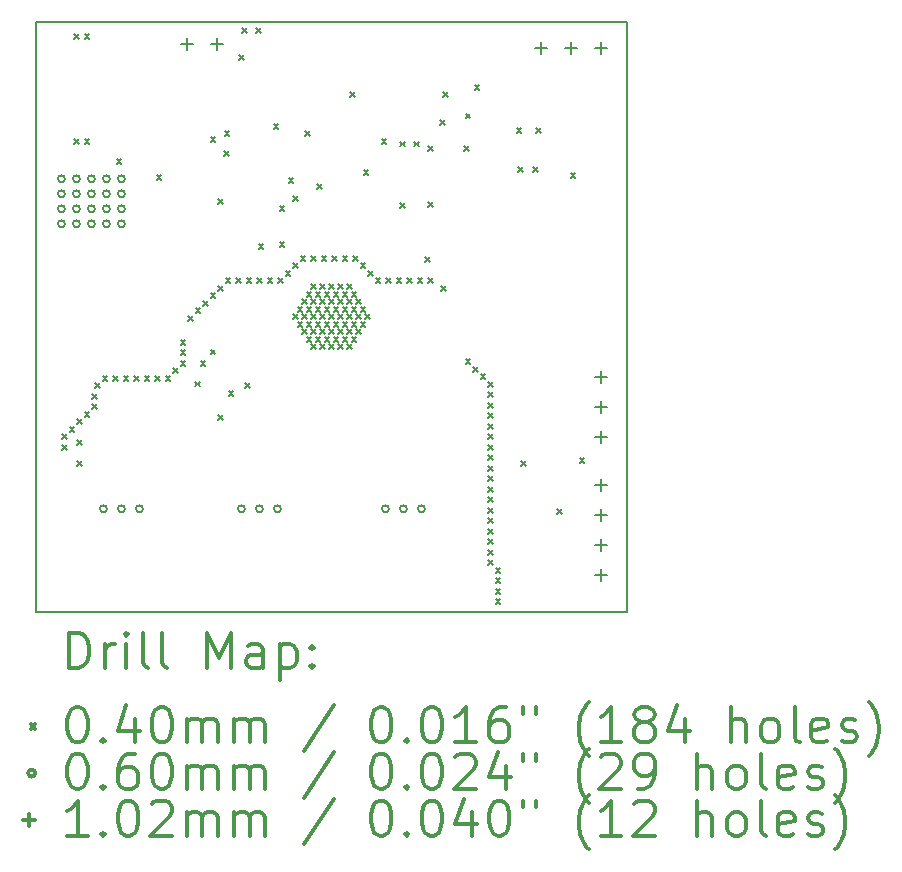
<source format=gbr>
%FSLAX45Y45*%
G04 Gerber Fmt 4.5, Leading zero omitted, Abs format (unit mm)*
G04 Created by KiCad (PCBNEW (2017-04-15 revision 60310b3d3)-makepkg) date 04/16/17 22:45:53*
%MOMM*%
%LPD*%
G01*
G04 APERTURE LIST*
%ADD10C,0.127000*%
%ADD11C,0.150000*%
%ADD12C,0.200000*%
%ADD13C,0.300000*%
G04 APERTURE END LIST*
D10*
D11*
X17500000Y-6500000D02*
X12500000Y-6500000D01*
X17500000Y-11500000D02*
X17500000Y-6500000D01*
X12500000Y-11500000D02*
X17500000Y-11500000D01*
X12500000Y-6500000D02*
X12500000Y-11500000D01*
D12*
X12719400Y-9996000D02*
X12759400Y-10036000D01*
X12759400Y-9996000D02*
X12719400Y-10036000D01*
X12719400Y-10084900D02*
X12759400Y-10124900D01*
X12759400Y-10084900D02*
X12719400Y-10124900D01*
X12782900Y-9932500D02*
X12822900Y-9972500D01*
X12822900Y-9932500D02*
X12782900Y-9972500D01*
X12821000Y-6605100D02*
X12861000Y-6645100D01*
X12861000Y-6605100D02*
X12821000Y-6645100D01*
X12821000Y-7494100D02*
X12861000Y-7534100D01*
X12861000Y-7494100D02*
X12821000Y-7534100D01*
X12846400Y-9869000D02*
X12886400Y-9909000D01*
X12886400Y-9869000D02*
X12846400Y-9909000D01*
X12846400Y-10046800D02*
X12886400Y-10086800D01*
X12886400Y-10046800D02*
X12846400Y-10086800D01*
X12846400Y-10224600D02*
X12886400Y-10264600D01*
X12886400Y-10224600D02*
X12846400Y-10264600D01*
X12909900Y-6605100D02*
X12949900Y-6645100D01*
X12949900Y-6605100D02*
X12909900Y-6645100D01*
X12909900Y-7494100D02*
X12949900Y-7534100D01*
X12949900Y-7494100D02*
X12909900Y-7534100D01*
X12909900Y-9805500D02*
X12949900Y-9845500D01*
X12949900Y-9805500D02*
X12909900Y-9845500D01*
X12973400Y-9653100D02*
X13013400Y-9693100D01*
X13013400Y-9653100D02*
X12973400Y-9693100D01*
X12973400Y-9742000D02*
X13013400Y-9782000D01*
X13013400Y-9742000D02*
X12973400Y-9782000D01*
X12998800Y-9564200D02*
X13038800Y-9604200D01*
X13038800Y-9564200D02*
X12998800Y-9604200D01*
X13062300Y-9500700D02*
X13102300Y-9540700D01*
X13102300Y-9500700D02*
X13062300Y-9540700D01*
X13151200Y-9500700D02*
X13191200Y-9540700D01*
X13191200Y-9500700D02*
X13151200Y-9540700D01*
X13181680Y-7664280D02*
X13221680Y-7704280D01*
X13221680Y-7664280D02*
X13181680Y-7704280D01*
X13240100Y-9500700D02*
X13280100Y-9540700D01*
X13280100Y-9500700D02*
X13240100Y-9540700D01*
X13329000Y-9500700D02*
X13369000Y-9540700D01*
X13369000Y-9500700D02*
X13329000Y-9540700D01*
X13417900Y-9500700D02*
X13457900Y-9540700D01*
X13457900Y-9500700D02*
X13417900Y-9540700D01*
X13506800Y-9500700D02*
X13546800Y-9540700D01*
X13546800Y-9500700D02*
X13506800Y-9540700D01*
X13519500Y-7798900D02*
X13559500Y-7838900D01*
X13559500Y-7798900D02*
X13519500Y-7838900D01*
X13595700Y-9500700D02*
X13635700Y-9540700D01*
X13635700Y-9500700D02*
X13595700Y-9540700D01*
X13659200Y-9437200D02*
X13699200Y-9477200D01*
X13699200Y-9437200D02*
X13659200Y-9477200D01*
X13722700Y-9195900D02*
X13762700Y-9235900D01*
X13762700Y-9195900D02*
X13722700Y-9235900D01*
X13722700Y-9284800D02*
X13762700Y-9324800D01*
X13762700Y-9284800D02*
X13722700Y-9324800D01*
X13722700Y-9373700D02*
X13762700Y-9413700D01*
X13762700Y-9373700D02*
X13722700Y-9413700D01*
X13786200Y-8992700D02*
X13826200Y-9032700D01*
X13826200Y-8992700D02*
X13786200Y-9032700D01*
X13845524Y-9549204D02*
X13885524Y-9589204D01*
X13885524Y-9549204D02*
X13845524Y-9589204D01*
X13849700Y-8929200D02*
X13889700Y-8969200D01*
X13889700Y-8929200D02*
X13849700Y-8969200D01*
X13891699Y-9373700D02*
X13931699Y-9413700D01*
X13931699Y-9373700D02*
X13891699Y-9413700D01*
X13913200Y-8865700D02*
X13953200Y-8905700D01*
X13953200Y-8865700D02*
X13913200Y-8905700D01*
X13976700Y-7481400D02*
X14016700Y-7521400D01*
X14016700Y-7481400D02*
X13976700Y-7521400D01*
X13976700Y-8802200D02*
X14016700Y-8842200D01*
X14016700Y-8802200D02*
X13976700Y-8842200D01*
X13976700Y-9277180D02*
X14016700Y-9317180D01*
X14016700Y-9277180D02*
X13976700Y-9317180D01*
X14040199Y-9830900D02*
X14080199Y-9870900D01*
X14080199Y-9830900D02*
X14040199Y-9870900D01*
X14040200Y-8002100D02*
X14080200Y-8042100D01*
X14080200Y-8002100D02*
X14040200Y-8042100D01*
X14040200Y-8738700D02*
X14080200Y-8778700D01*
X14080200Y-8738700D02*
X14040200Y-8778700D01*
X14091000Y-7595700D02*
X14131000Y-7635700D01*
X14131000Y-7595700D02*
X14091000Y-7635700D01*
X14095042Y-7428629D02*
X14135042Y-7468629D01*
X14135042Y-7428629D02*
X14095042Y-7468629D01*
X14103700Y-8675200D02*
X14143700Y-8715200D01*
X14143700Y-8675200D02*
X14103700Y-8715200D01*
X14129100Y-9627700D02*
X14169100Y-9667700D01*
X14169100Y-9627700D02*
X14129100Y-9667700D01*
X14192600Y-8675200D02*
X14232600Y-8715200D01*
X14232600Y-8675200D02*
X14192600Y-8715200D01*
X14218000Y-6782901D02*
X14258000Y-6822901D01*
X14258000Y-6782901D02*
X14218000Y-6822901D01*
X14243400Y-6554300D02*
X14283400Y-6594300D01*
X14283400Y-6554300D02*
X14243400Y-6594300D01*
X14268800Y-9564200D02*
X14308800Y-9604200D01*
X14308800Y-9564200D02*
X14268800Y-9604200D01*
X14281500Y-8675200D02*
X14321500Y-8715200D01*
X14321500Y-8675200D02*
X14281500Y-8715200D01*
X14363500Y-6554300D02*
X14403500Y-6594300D01*
X14403500Y-6554300D02*
X14363500Y-6594300D01*
X14370400Y-8675200D02*
X14410400Y-8715200D01*
X14410400Y-8675200D02*
X14370400Y-8715200D01*
X14383100Y-8383100D02*
X14423100Y-8423100D01*
X14423100Y-8383100D02*
X14383100Y-8423100D01*
X14459300Y-8675200D02*
X14499300Y-8715200D01*
X14499300Y-8675200D02*
X14459300Y-8715200D01*
X14510100Y-7367100D02*
X14550100Y-7407100D01*
X14550100Y-7367100D02*
X14510100Y-7407100D01*
X14548200Y-8675200D02*
X14588200Y-8715200D01*
X14588200Y-8675200D02*
X14548200Y-8715200D01*
X14560899Y-8370400D02*
X14600899Y-8410400D01*
X14600899Y-8370400D02*
X14560899Y-8410400D01*
X14560900Y-8065600D02*
X14600900Y-8105600D01*
X14600900Y-8065600D02*
X14560900Y-8105600D01*
X14611700Y-8611700D02*
X14651700Y-8651700D01*
X14651700Y-8611700D02*
X14611700Y-8651700D01*
X14637100Y-7824300D02*
X14677100Y-7864300D01*
X14677100Y-7824300D02*
X14637100Y-7864300D01*
X14675200Y-7976700D02*
X14715200Y-8016700D01*
X14715200Y-7976700D02*
X14675200Y-8016700D01*
X14675200Y-8548200D02*
X14715200Y-8588200D01*
X14715200Y-8548200D02*
X14675200Y-8588200D01*
X14675200Y-8980000D02*
X14715200Y-9020000D01*
X14715200Y-8980000D02*
X14675200Y-9020000D01*
X14713300Y-8916500D02*
X14753300Y-8956500D01*
X14753300Y-8916500D02*
X14713300Y-8956500D01*
X14713300Y-9043500D02*
X14753300Y-9083500D01*
X14753300Y-9043500D02*
X14713300Y-9083500D01*
X14738700Y-8484700D02*
X14778700Y-8524700D01*
X14778700Y-8484700D02*
X14738700Y-8524700D01*
X14751400Y-8853000D02*
X14791400Y-8893000D01*
X14791400Y-8853000D02*
X14751400Y-8893000D01*
X14751400Y-8980000D02*
X14791400Y-9020000D01*
X14791400Y-8980000D02*
X14751400Y-9020000D01*
X14751400Y-9107000D02*
X14791400Y-9147000D01*
X14791400Y-9107000D02*
X14751400Y-9147000D01*
X14776800Y-7430599D02*
X14816800Y-7470599D01*
X14816800Y-7430599D02*
X14776800Y-7470599D01*
X14789500Y-8789500D02*
X14829500Y-8829500D01*
X14829500Y-8789500D02*
X14789500Y-8829500D01*
X14789500Y-8916500D02*
X14829500Y-8956500D01*
X14829500Y-8916500D02*
X14789500Y-8956500D01*
X14789500Y-9043500D02*
X14829500Y-9083500D01*
X14829500Y-9043500D02*
X14789500Y-9083500D01*
X14789500Y-9170500D02*
X14829500Y-9210500D01*
X14829500Y-9170500D02*
X14789500Y-9210500D01*
X14827600Y-8484700D02*
X14867600Y-8524700D01*
X14867600Y-8484700D02*
X14827600Y-8524700D01*
X14827600Y-8726000D02*
X14867600Y-8766000D01*
X14867600Y-8726000D02*
X14827600Y-8766000D01*
X14827600Y-8853000D02*
X14867600Y-8893000D01*
X14867600Y-8853000D02*
X14827600Y-8893000D01*
X14827600Y-8980000D02*
X14867600Y-9020000D01*
X14867600Y-8980000D02*
X14827600Y-9020000D01*
X14827600Y-9107000D02*
X14867600Y-9147000D01*
X14867600Y-9107000D02*
X14827600Y-9147000D01*
X14827600Y-9234000D02*
X14867600Y-9274000D01*
X14867600Y-9234000D02*
X14827600Y-9274000D01*
X14865700Y-8789500D02*
X14905700Y-8829500D01*
X14905700Y-8789500D02*
X14865700Y-8829500D01*
X14865700Y-8916500D02*
X14905700Y-8956500D01*
X14905700Y-8916500D02*
X14865700Y-8956500D01*
X14865700Y-9043500D02*
X14905700Y-9083500D01*
X14905700Y-9043500D02*
X14865700Y-9083500D01*
X14865700Y-9170500D02*
X14905700Y-9210500D01*
X14905700Y-9170500D02*
X14865700Y-9210500D01*
X14878400Y-7875100D02*
X14918400Y-7915100D01*
X14918400Y-7875100D02*
X14878400Y-7915100D01*
X14903800Y-8726000D02*
X14943800Y-8766000D01*
X14943800Y-8726000D02*
X14903800Y-8766000D01*
X14903800Y-8853000D02*
X14943800Y-8893000D01*
X14943800Y-8853000D02*
X14903800Y-8893000D01*
X14903800Y-8980000D02*
X14943800Y-9020000D01*
X14943800Y-8980000D02*
X14903800Y-9020000D01*
X14903800Y-9107000D02*
X14943800Y-9147000D01*
X14943800Y-9107000D02*
X14903800Y-9147000D01*
X14903800Y-9234000D02*
X14943800Y-9274000D01*
X14943800Y-9234000D02*
X14903800Y-9274000D01*
X14916500Y-8484700D02*
X14956500Y-8524700D01*
X14956500Y-8484700D02*
X14916500Y-8524700D01*
X14941900Y-8789500D02*
X14981900Y-8829500D01*
X14981900Y-8789500D02*
X14941900Y-8829500D01*
X14941900Y-8916500D02*
X14981900Y-8956500D01*
X14981900Y-8916500D02*
X14941900Y-8956500D01*
X14941900Y-9043500D02*
X14981900Y-9083500D01*
X14981900Y-9043500D02*
X14941900Y-9083500D01*
X14941900Y-9170500D02*
X14981900Y-9210500D01*
X14981900Y-9170500D02*
X14941900Y-9210500D01*
X14980000Y-8726000D02*
X15020000Y-8766000D01*
X15020000Y-8726000D02*
X14980000Y-8766000D01*
X14980000Y-8853000D02*
X15020000Y-8893000D01*
X15020000Y-8853000D02*
X14980000Y-8893000D01*
X14980000Y-8980000D02*
X15020000Y-9020000D01*
X15020000Y-8980000D02*
X14980000Y-9020000D01*
X14980000Y-9107000D02*
X15020000Y-9147000D01*
X15020000Y-9107000D02*
X14980000Y-9147000D01*
X14980000Y-9234000D02*
X15020000Y-9274000D01*
X15020000Y-9234000D02*
X14980000Y-9274000D01*
X15005400Y-8484700D02*
X15045400Y-8524700D01*
X15045400Y-8484700D02*
X15005400Y-8524700D01*
X15018100Y-8789500D02*
X15058100Y-8829500D01*
X15058100Y-8789500D02*
X15018100Y-8829500D01*
X15018100Y-8916500D02*
X15058100Y-8956500D01*
X15058100Y-8916500D02*
X15018100Y-8956500D01*
X15018100Y-9043500D02*
X15058100Y-9083500D01*
X15058100Y-9043500D02*
X15018100Y-9083500D01*
X15018100Y-9170500D02*
X15058100Y-9210500D01*
X15058100Y-9170500D02*
X15018100Y-9210500D01*
X15056200Y-8726000D02*
X15096200Y-8766000D01*
X15096200Y-8726000D02*
X15056200Y-8766000D01*
X15056200Y-8853000D02*
X15096200Y-8893000D01*
X15096200Y-8853000D02*
X15056200Y-8893000D01*
X15056200Y-8980000D02*
X15096200Y-9020000D01*
X15096200Y-8980000D02*
X15056200Y-9020000D01*
X15056200Y-9107000D02*
X15096200Y-9147000D01*
X15096200Y-9107000D02*
X15056200Y-9147000D01*
X15056200Y-9234000D02*
X15096200Y-9274000D01*
X15096200Y-9234000D02*
X15056200Y-9274000D01*
X15094300Y-8484700D02*
X15134300Y-8524700D01*
X15134300Y-8484700D02*
X15094300Y-8524700D01*
X15094300Y-8789500D02*
X15134300Y-8829500D01*
X15134300Y-8789500D02*
X15094300Y-8829500D01*
X15094300Y-8916500D02*
X15134300Y-8956500D01*
X15134300Y-8916500D02*
X15094300Y-8956500D01*
X15094300Y-9043500D02*
X15134300Y-9083500D01*
X15134300Y-9043500D02*
X15094300Y-9083500D01*
X15094300Y-9170500D02*
X15134300Y-9210500D01*
X15134300Y-9170500D02*
X15094300Y-9210500D01*
X15132400Y-8726000D02*
X15172400Y-8766000D01*
X15172400Y-8726000D02*
X15132400Y-8766000D01*
X15132400Y-8853000D02*
X15172400Y-8893000D01*
X15172400Y-8853000D02*
X15132400Y-8893000D01*
X15132400Y-8980000D02*
X15172400Y-9020000D01*
X15172400Y-8980000D02*
X15132400Y-9020000D01*
X15132400Y-9107000D02*
X15172400Y-9147000D01*
X15172400Y-9107000D02*
X15132400Y-9147000D01*
X15132400Y-9234000D02*
X15172400Y-9274000D01*
X15172400Y-9234000D02*
X15132400Y-9274000D01*
X15157800Y-7100400D02*
X15197800Y-7140400D01*
X15197800Y-7100400D02*
X15157800Y-7140400D01*
X15170500Y-8789500D02*
X15210500Y-8829500D01*
X15210500Y-8789500D02*
X15170500Y-8829500D01*
X15170500Y-8916500D02*
X15210500Y-8956500D01*
X15210500Y-8916500D02*
X15170500Y-8956500D01*
X15170500Y-9043500D02*
X15210500Y-9083500D01*
X15210500Y-9043500D02*
X15170500Y-9083500D01*
X15170500Y-9170500D02*
X15210500Y-9210500D01*
X15210500Y-9170500D02*
X15170500Y-9210500D01*
X15183200Y-8484700D02*
X15223200Y-8524700D01*
X15223200Y-8484700D02*
X15183200Y-8524700D01*
X15208600Y-8853000D02*
X15248600Y-8893000D01*
X15248600Y-8853000D02*
X15208600Y-8893000D01*
X15208600Y-8980000D02*
X15248600Y-9020000D01*
X15248600Y-8980000D02*
X15208600Y-9020000D01*
X15208600Y-9107000D02*
X15248600Y-9147000D01*
X15248600Y-9107000D02*
X15208600Y-9147000D01*
X15246700Y-8548200D02*
X15286700Y-8588200D01*
X15286700Y-8548200D02*
X15246700Y-8588200D01*
X15246700Y-8916500D02*
X15286700Y-8956500D01*
X15286700Y-8916500D02*
X15246700Y-8956500D01*
X15246700Y-9043500D02*
X15286700Y-9083500D01*
X15286700Y-9043500D02*
X15246700Y-9083500D01*
X15272100Y-7760800D02*
X15312100Y-7800800D01*
X15312100Y-7760800D02*
X15272100Y-7800800D01*
X15284800Y-8980000D02*
X15324800Y-9020000D01*
X15324800Y-8980000D02*
X15284800Y-9020000D01*
X15310200Y-8611700D02*
X15350200Y-8651700D01*
X15350200Y-8611700D02*
X15310200Y-8651700D01*
X15373700Y-8675200D02*
X15413700Y-8715200D01*
X15413700Y-8675200D02*
X15373700Y-8715200D01*
X15424500Y-7494100D02*
X15464500Y-7534100D01*
X15464500Y-7494100D02*
X15424500Y-7534100D01*
X15462600Y-8675200D02*
X15502600Y-8715200D01*
X15502600Y-8675200D02*
X15462600Y-8715200D01*
X15551500Y-8675200D02*
X15591500Y-8715200D01*
X15591500Y-8675200D02*
X15551500Y-8715200D01*
X15579440Y-7516960D02*
X15619440Y-7556960D01*
X15619440Y-7516960D02*
X15579440Y-7556960D01*
X15579440Y-8035120D02*
X15619440Y-8075120D01*
X15619440Y-8035120D02*
X15579440Y-8075120D01*
X15640400Y-8675200D02*
X15680400Y-8715200D01*
X15680400Y-8675200D02*
X15640400Y-8715200D01*
X15701360Y-7516960D02*
X15741360Y-7556960D01*
X15741360Y-7516960D02*
X15701360Y-7556960D01*
X15729300Y-8675200D02*
X15769300Y-8715200D01*
X15769300Y-8675200D02*
X15729300Y-8715200D01*
X15792800Y-8497400D02*
X15832800Y-8537400D01*
X15832800Y-8497400D02*
X15792800Y-8537400D01*
X15818200Y-7557600D02*
X15858200Y-7597600D01*
X15858200Y-7557600D02*
X15818200Y-7597600D01*
X15818200Y-8027500D02*
X15858200Y-8067500D01*
X15858200Y-8027500D02*
X15818200Y-8067500D01*
X15818200Y-8674000D02*
X15858200Y-8714000D01*
X15858200Y-8674000D02*
X15818200Y-8714000D01*
X15919800Y-7335800D02*
X15959800Y-7375800D01*
X15959800Y-7335800D02*
X15919800Y-7375800D01*
X15930267Y-8740933D02*
X15970267Y-8780933D01*
X15970267Y-8740933D02*
X15930267Y-8780933D01*
X15945200Y-7100400D02*
X15985200Y-7140400D01*
X15985200Y-7100400D02*
X15945200Y-7140400D01*
X16123000Y-7557600D02*
X16163000Y-7597600D01*
X16163000Y-7557600D02*
X16123000Y-7597600D01*
X16135700Y-9361000D02*
X16175700Y-9401000D01*
X16175700Y-9361000D02*
X16135700Y-9401000D01*
X16136366Y-7278699D02*
X16176366Y-7318699D01*
X16176366Y-7278699D02*
X16136366Y-7318699D01*
X16199200Y-9424500D02*
X16239200Y-9464500D01*
X16239200Y-9424500D02*
X16199200Y-9464500D01*
X16211899Y-7036900D02*
X16251899Y-7076900D01*
X16251899Y-7036900D02*
X16211899Y-7076900D01*
X16262700Y-9488000D02*
X16302700Y-9528000D01*
X16302700Y-9488000D02*
X16262700Y-9528000D01*
X16326200Y-9551500D02*
X16366200Y-9591500D01*
X16366200Y-9551500D02*
X16326200Y-9591500D01*
X16326200Y-9640400D02*
X16366200Y-9680400D01*
X16366200Y-9640400D02*
X16326200Y-9680400D01*
X16326200Y-9729300D02*
X16366200Y-9769300D01*
X16366200Y-9729300D02*
X16326200Y-9769300D01*
X16326200Y-9818200D02*
X16366200Y-9858200D01*
X16366200Y-9818200D02*
X16326200Y-9858200D01*
X16326200Y-9907100D02*
X16366200Y-9947100D01*
X16366200Y-9907100D02*
X16326200Y-9947100D01*
X16326200Y-9996000D02*
X16366200Y-10036000D01*
X16366200Y-9996000D02*
X16326200Y-10036000D01*
X16326200Y-10084900D02*
X16366200Y-10124900D01*
X16366200Y-10084900D02*
X16326200Y-10124900D01*
X16326200Y-10173800D02*
X16366200Y-10213800D01*
X16366200Y-10173800D02*
X16326200Y-10213800D01*
X16326200Y-10262700D02*
X16366200Y-10302700D01*
X16366200Y-10262700D02*
X16326200Y-10302700D01*
X16326200Y-10351600D02*
X16366200Y-10391600D01*
X16366200Y-10351600D02*
X16326200Y-10391600D01*
X16326200Y-10440500D02*
X16366200Y-10480500D01*
X16366200Y-10440500D02*
X16326200Y-10480500D01*
X16326200Y-10529400D02*
X16366200Y-10569400D01*
X16366200Y-10529400D02*
X16326200Y-10569400D01*
X16326200Y-10618300D02*
X16366200Y-10658300D01*
X16366200Y-10618300D02*
X16326200Y-10658300D01*
X16326200Y-10707200D02*
X16366200Y-10747200D01*
X16366200Y-10707200D02*
X16326200Y-10747200D01*
X16326200Y-10796100D02*
X16366200Y-10836100D01*
X16366200Y-10796100D02*
X16326200Y-10836100D01*
X16326200Y-10885000D02*
X16366200Y-10925000D01*
X16366200Y-10885000D02*
X16326200Y-10925000D01*
X16326200Y-10973900D02*
X16366200Y-11013900D01*
X16366200Y-10973900D02*
X16326200Y-11013900D01*
X16326200Y-11062800D02*
X16366200Y-11102800D01*
X16366200Y-11062800D02*
X16326200Y-11102800D01*
X16389700Y-11126300D02*
X16429700Y-11166300D01*
X16429700Y-11126300D02*
X16389700Y-11166300D01*
X16389700Y-11215200D02*
X16429700Y-11255200D01*
X16429700Y-11215200D02*
X16389700Y-11255200D01*
X16389700Y-11304100D02*
X16429700Y-11344100D01*
X16429700Y-11304100D02*
X16389700Y-11344100D01*
X16389700Y-11393000D02*
X16429700Y-11433000D01*
X16429700Y-11393000D02*
X16389700Y-11433000D01*
X16568700Y-7405200D02*
X16608700Y-7445200D01*
X16608700Y-7405200D02*
X16568700Y-7445200D01*
X16580200Y-7735400D02*
X16620200Y-7775400D01*
X16620200Y-7735400D02*
X16580200Y-7775400D01*
X16605600Y-10224600D02*
X16645600Y-10264600D01*
X16645600Y-10224600D02*
X16605600Y-10264600D01*
X16707200Y-7735400D02*
X16747200Y-7775400D01*
X16747200Y-7735400D02*
X16707200Y-7775400D01*
X16732600Y-7405200D02*
X16772600Y-7445200D01*
X16772600Y-7405200D02*
X16732600Y-7445200D01*
X16910400Y-10631000D02*
X16950400Y-10671000D01*
X16950400Y-10631000D02*
X16910400Y-10671000D01*
X17024700Y-7786200D02*
X17064700Y-7826200D01*
X17064700Y-7786200D02*
X17024700Y-7826200D01*
X17100900Y-10199200D02*
X17140900Y-10239200D01*
X17140900Y-10199200D02*
X17100900Y-10239200D01*
X12744000Y-7831600D02*
G75*
G03X12744000Y-7831600I-30000J0D01*
G01*
X12744000Y-7958600D02*
G75*
G03X12744000Y-7958600I-30000J0D01*
G01*
X12744000Y-8085600D02*
G75*
G03X12744000Y-8085600I-30000J0D01*
G01*
X12744000Y-8212600D02*
G75*
G03X12744000Y-8212600I-30000J0D01*
G01*
X12871000Y-7831600D02*
G75*
G03X12871000Y-7831600I-30000J0D01*
G01*
X12871000Y-7958600D02*
G75*
G03X12871000Y-7958600I-30000J0D01*
G01*
X12871000Y-8085600D02*
G75*
G03X12871000Y-8085600I-30000J0D01*
G01*
X12871000Y-8212600D02*
G75*
G03X12871000Y-8212600I-30000J0D01*
G01*
X12998000Y-7831600D02*
G75*
G03X12998000Y-7831600I-30000J0D01*
G01*
X12998000Y-7958600D02*
G75*
G03X12998000Y-7958600I-30000J0D01*
G01*
X12998000Y-8085600D02*
G75*
G03X12998000Y-8085600I-30000J0D01*
G01*
X12998000Y-8212600D02*
G75*
G03X12998000Y-8212600I-30000J0D01*
G01*
X13099600Y-10625600D02*
G75*
G03X13099600Y-10625600I-30000J0D01*
G01*
X13125000Y-7831600D02*
G75*
G03X13125000Y-7831600I-30000J0D01*
G01*
X13125000Y-7958600D02*
G75*
G03X13125000Y-7958600I-30000J0D01*
G01*
X13125000Y-8085600D02*
G75*
G03X13125000Y-8085600I-30000J0D01*
G01*
X13125000Y-8212600D02*
G75*
G03X13125000Y-8212600I-30000J0D01*
G01*
X13252000Y-7831600D02*
G75*
G03X13252000Y-7831600I-30000J0D01*
G01*
X13252000Y-7958600D02*
G75*
G03X13252000Y-7958600I-30000J0D01*
G01*
X13252000Y-8085600D02*
G75*
G03X13252000Y-8085600I-30000J0D01*
G01*
X13252000Y-8212600D02*
G75*
G03X13252000Y-8212600I-30000J0D01*
G01*
X13252000Y-10625600D02*
G75*
G03X13252000Y-10625600I-30000J0D01*
G01*
X13404400Y-10625600D02*
G75*
G03X13404400Y-10625600I-30000J0D01*
G01*
X14268000Y-10625600D02*
G75*
G03X14268000Y-10625600I-30000J0D01*
G01*
X14420400Y-10625600D02*
G75*
G03X14420400Y-10625600I-30000J0D01*
G01*
X14572800Y-10625600D02*
G75*
G03X14572800Y-10625600I-30000J0D01*
G01*
X15487200Y-10625600D02*
G75*
G03X15487200Y-10625600I-30000J0D01*
G01*
X15639600Y-10625600D02*
G75*
G03X15639600Y-10625600I-30000J0D01*
G01*
X15792000Y-10625600D02*
G75*
G03X15792000Y-10625600I-30000J0D01*
G01*
X13780800Y-6637800D02*
X13780800Y-6739400D01*
X13730000Y-6688600D02*
X13831600Y-6688600D01*
X14034800Y-6637800D02*
X14034800Y-6739400D01*
X13984000Y-6688600D02*
X14085600Y-6688600D01*
X16771000Y-6674200D02*
X16771000Y-6775800D01*
X16720200Y-6725000D02*
X16821800Y-6725000D01*
X17025000Y-6674200D02*
X17025000Y-6775800D01*
X16974200Y-6725000D02*
X17075800Y-6725000D01*
X17279000Y-6674200D02*
X17279000Y-6775800D01*
X17228200Y-6725000D02*
X17329800Y-6725000D01*
X17286000Y-9457200D02*
X17286000Y-9558800D01*
X17235200Y-9508000D02*
X17336800Y-9508000D01*
X17286000Y-9711200D02*
X17286000Y-9812800D01*
X17235200Y-9762000D02*
X17336800Y-9762000D01*
X17286000Y-9965200D02*
X17286000Y-10066800D01*
X17235200Y-10016000D02*
X17336800Y-10016000D01*
X17286000Y-10371600D02*
X17286000Y-10473200D01*
X17235200Y-10422400D02*
X17336800Y-10422400D01*
X17286000Y-10625600D02*
X17286000Y-10727200D01*
X17235200Y-10676400D02*
X17336800Y-10676400D01*
X17286000Y-10879600D02*
X17286000Y-10981200D01*
X17235200Y-10930400D02*
X17336800Y-10930400D01*
X17286000Y-11133600D02*
X17286000Y-11235200D01*
X17235200Y-11184400D02*
X17336800Y-11184400D01*
D13*
X12778928Y-11973214D02*
X12778928Y-11673214D01*
X12850357Y-11673214D01*
X12893214Y-11687500D01*
X12921786Y-11716071D01*
X12936071Y-11744643D01*
X12950357Y-11801786D01*
X12950357Y-11844643D01*
X12936071Y-11901786D01*
X12921786Y-11930357D01*
X12893214Y-11958929D01*
X12850357Y-11973214D01*
X12778928Y-11973214D01*
X13078928Y-11973214D02*
X13078928Y-11773214D01*
X13078928Y-11830357D02*
X13093214Y-11801786D01*
X13107500Y-11787500D01*
X13136071Y-11773214D01*
X13164643Y-11773214D01*
X13264643Y-11973214D02*
X13264643Y-11773214D01*
X13264643Y-11673214D02*
X13250357Y-11687500D01*
X13264643Y-11701786D01*
X13278928Y-11687500D01*
X13264643Y-11673214D01*
X13264643Y-11701786D01*
X13450357Y-11973214D02*
X13421786Y-11958929D01*
X13407500Y-11930357D01*
X13407500Y-11673214D01*
X13607500Y-11973214D02*
X13578928Y-11958929D01*
X13564643Y-11930357D01*
X13564643Y-11673214D01*
X13950357Y-11973214D02*
X13950357Y-11673214D01*
X14050357Y-11887500D01*
X14150357Y-11673214D01*
X14150357Y-11973214D01*
X14421786Y-11973214D02*
X14421786Y-11816071D01*
X14407500Y-11787500D01*
X14378928Y-11773214D01*
X14321786Y-11773214D01*
X14293214Y-11787500D01*
X14421786Y-11958929D02*
X14393214Y-11973214D01*
X14321786Y-11973214D01*
X14293214Y-11958929D01*
X14278928Y-11930357D01*
X14278928Y-11901786D01*
X14293214Y-11873214D01*
X14321786Y-11858929D01*
X14393214Y-11858929D01*
X14421786Y-11844643D01*
X14564643Y-11773214D02*
X14564643Y-12073214D01*
X14564643Y-11787500D02*
X14593214Y-11773214D01*
X14650357Y-11773214D01*
X14678928Y-11787500D01*
X14693214Y-11801786D01*
X14707500Y-11830357D01*
X14707500Y-11916071D01*
X14693214Y-11944643D01*
X14678928Y-11958929D01*
X14650357Y-11973214D01*
X14593214Y-11973214D01*
X14564643Y-11958929D01*
X14836071Y-11944643D02*
X14850357Y-11958929D01*
X14836071Y-11973214D01*
X14821786Y-11958929D01*
X14836071Y-11944643D01*
X14836071Y-11973214D01*
X14836071Y-11787500D02*
X14850357Y-11801786D01*
X14836071Y-11816071D01*
X14821786Y-11801786D01*
X14836071Y-11787500D01*
X14836071Y-11816071D01*
X12452500Y-12447500D02*
X12492500Y-12487500D01*
X12492500Y-12447500D02*
X12452500Y-12487500D01*
X12836071Y-12303214D02*
X12864643Y-12303214D01*
X12893214Y-12317500D01*
X12907500Y-12331786D01*
X12921786Y-12360357D01*
X12936071Y-12417500D01*
X12936071Y-12488929D01*
X12921786Y-12546071D01*
X12907500Y-12574643D01*
X12893214Y-12588929D01*
X12864643Y-12603214D01*
X12836071Y-12603214D01*
X12807500Y-12588929D01*
X12793214Y-12574643D01*
X12778928Y-12546071D01*
X12764643Y-12488929D01*
X12764643Y-12417500D01*
X12778928Y-12360357D01*
X12793214Y-12331786D01*
X12807500Y-12317500D01*
X12836071Y-12303214D01*
X13064643Y-12574643D02*
X13078928Y-12588929D01*
X13064643Y-12603214D01*
X13050357Y-12588929D01*
X13064643Y-12574643D01*
X13064643Y-12603214D01*
X13336071Y-12403214D02*
X13336071Y-12603214D01*
X13264643Y-12288929D02*
X13193214Y-12503214D01*
X13378928Y-12503214D01*
X13550357Y-12303214D02*
X13578928Y-12303214D01*
X13607500Y-12317500D01*
X13621786Y-12331786D01*
X13636071Y-12360357D01*
X13650357Y-12417500D01*
X13650357Y-12488929D01*
X13636071Y-12546071D01*
X13621786Y-12574643D01*
X13607500Y-12588929D01*
X13578928Y-12603214D01*
X13550357Y-12603214D01*
X13521786Y-12588929D01*
X13507500Y-12574643D01*
X13493214Y-12546071D01*
X13478928Y-12488929D01*
X13478928Y-12417500D01*
X13493214Y-12360357D01*
X13507500Y-12331786D01*
X13521786Y-12317500D01*
X13550357Y-12303214D01*
X13778928Y-12603214D02*
X13778928Y-12403214D01*
X13778928Y-12431786D02*
X13793214Y-12417500D01*
X13821786Y-12403214D01*
X13864643Y-12403214D01*
X13893214Y-12417500D01*
X13907500Y-12446071D01*
X13907500Y-12603214D01*
X13907500Y-12446071D02*
X13921786Y-12417500D01*
X13950357Y-12403214D01*
X13993214Y-12403214D01*
X14021786Y-12417500D01*
X14036071Y-12446071D01*
X14036071Y-12603214D01*
X14178928Y-12603214D02*
X14178928Y-12403214D01*
X14178928Y-12431786D02*
X14193214Y-12417500D01*
X14221786Y-12403214D01*
X14264643Y-12403214D01*
X14293214Y-12417500D01*
X14307500Y-12446071D01*
X14307500Y-12603214D01*
X14307500Y-12446071D02*
X14321786Y-12417500D01*
X14350357Y-12403214D01*
X14393214Y-12403214D01*
X14421786Y-12417500D01*
X14436071Y-12446071D01*
X14436071Y-12603214D01*
X15021786Y-12288929D02*
X14764643Y-12674643D01*
X15407500Y-12303214D02*
X15436071Y-12303214D01*
X15464643Y-12317500D01*
X15478928Y-12331786D01*
X15493214Y-12360357D01*
X15507500Y-12417500D01*
X15507500Y-12488929D01*
X15493214Y-12546071D01*
X15478928Y-12574643D01*
X15464643Y-12588929D01*
X15436071Y-12603214D01*
X15407500Y-12603214D01*
X15378928Y-12588929D01*
X15364643Y-12574643D01*
X15350357Y-12546071D01*
X15336071Y-12488929D01*
X15336071Y-12417500D01*
X15350357Y-12360357D01*
X15364643Y-12331786D01*
X15378928Y-12317500D01*
X15407500Y-12303214D01*
X15636071Y-12574643D02*
X15650357Y-12588929D01*
X15636071Y-12603214D01*
X15621786Y-12588929D01*
X15636071Y-12574643D01*
X15636071Y-12603214D01*
X15836071Y-12303214D02*
X15864643Y-12303214D01*
X15893214Y-12317500D01*
X15907500Y-12331786D01*
X15921786Y-12360357D01*
X15936071Y-12417500D01*
X15936071Y-12488929D01*
X15921786Y-12546071D01*
X15907500Y-12574643D01*
X15893214Y-12588929D01*
X15864643Y-12603214D01*
X15836071Y-12603214D01*
X15807500Y-12588929D01*
X15793214Y-12574643D01*
X15778928Y-12546071D01*
X15764643Y-12488929D01*
X15764643Y-12417500D01*
X15778928Y-12360357D01*
X15793214Y-12331786D01*
X15807500Y-12317500D01*
X15836071Y-12303214D01*
X16221786Y-12603214D02*
X16050357Y-12603214D01*
X16136071Y-12603214D02*
X16136071Y-12303214D01*
X16107500Y-12346071D01*
X16078928Y-12374643D01*
X16050357Y-12388929D01*
X16478928Y-12303214D02*
X16421786Y-12303214D01*
X16393214Y-12317500D01*
X16378928Y-12331786D01*
X16350357Y-12374643D01*
X16336071Y-12431786D01*
X16336071Y-12546071D01*
X16350357Y-12574643D01*
X16364643Y-12588929D01*
X16393214Y-12603214D01*
X16450357Y-12603214D01*
X16478928Y-12588929D01*
X16493214Y-12574643D01*
X16507500Y-12546071D01*
X16507500Y-12474643D01*
X16493214Y-12446071D01*
X16478928Y-12431786D01*
X16450357Y-12417500D01*
X16393214Y-12417500D01*
X16364643Y-12431786D01*
X16350357Y-12446071D01*
X16336071Y-12474643D01*
X16621786Y-12303214D02*
X16621786Y-12360357D01*
X16736071Y-12303214D02*
X16736071Y-12360357D01*
X17178928Y-12717500D02*
X17164643Y-12703214D01*
X17136071Y-12660357D01*
X17121786Y-12631786D01*
X17107500Y-12588929D01*
X17093214Y-12517500D01*
X17093214Y-12460357D01*
X17107500Y-12388929D01*
X17121786Y-12346071D01*
X17136071Y-12317500D01*
X17164643Y-12274643D01*
X17178928Y-12260357D01*
X17450357Y-12603214D02*
X17278928Y-12603214D01*
X17364643Y-12603214D02*
X17364643Y-12303214D01*
X17336071Y-12346071D01*
X17307500Y-12374643D01*
X17278928Y-12388929D01*
X17621786Y-12431786D02*
X17593214Y-12417500D01*
X17578928Y-12403214D01*
X17564643Y-12374643D01*
X17564643Y-12360357D01*
X17578928Y-12331786D01*
X17593214Y-12317500D01*
X17621786Y-12303214D01*
X17678928Y-12303214D01*
X17707500Y-12317500D01*
X17721786Y-12331786D01*
X17736071Y-12360357D01*
X17736071Y-12374643D01*
X17721786Y-12403214D01*
X17707500Y-12417500D01*
X17678928Y-12431786D01*
X17621786Y-12431786D01*
X17593214Y-12446071D01*
X17578928Y-12460357D01*
X17564643Y-12488929D01*
X17564643Y-12546071D01*
X17578928Y-12574643D01*
X17593214Y-12588929D01*
X17621786Y-12603214D01*
X17678928Y-12603214D01*
X17707500Y-12588929D01*
X17721786Y-12574643D01*
X17736071Y-12546071D01*
X17736071Y-12488929D01*
X17721786Y-12460357D01*
X17707500Y-12446071D01*
X17678928Y-12431786D01*
X17993214Y-12403214D02*
X17993214Y-12603214D01*
X17921786Y-12288929D02*
X17850357Y-12503214D01*
X18036071Y-12503214D01*
X18378928Y-12603214D02*
X18378928Y-12303214D01*
X18507500Y-12603214D02*
X18507500Y-12446071D01*
X18493214Y-12417500D01*
X18464643Y-12403214D01*
X18421786Y-12403214D01*
X18393214Y-12417500D01*
X18378928Y-12431786D01*
X18693214Y-12603214D02*
X18664643Y-12588929D01*
X18650357Y-12574643D01*
X18636071Y-12546071D01*
X18636071Y-12460357D01*
X18650357Y-12431786D01*
X18664643Y-12417500D01*
X18693214Y-12403214D01*
X18736071Y-12403214D01*
X18764643Y-12417500D01*
X18778928Y-12431786D01*
X18793214Y-12460357D01*
X18793214Y-12546071D01*
X18778928Y-12574643D01*
X18764643Y-12588929D01*
X18736071Y-12603214D01*
X18693214Y-12603214D01*
X18964643Y-12603214D02*
X18936071Y-12588929D01*
X18921786Y-12560357D01*
X18921786Y-12303214D01*
X19193214Y-12588929D02*
X19164643Y-12603214D01*
X19107500Y-12603214D01*
X19078928Y-12588929D01*
X19064643Y-12560357D01*
X19064643Y-12446071D01*
X19078928Y-12417500D01*
X19107500Y-12403214D01*
X19164643Y-12403214D01*
X19193214Y-12417500D01*
X19207500Y-12446071D01*
X19207500Y-12474643D01*
X19064643Y-12503214D01*
X19321786Y-12588929D02*
X19350357Y-12603214D01*
X19407500Y-12603214D01*
X19436071Y-12588929D01*
X19450357Y-12560357D01*
X19450357Y-12546071D01*
X19436071Y-12517500D01*
X19407500Y-12503214D01*
X19364643Y-12503214D01*
X19336071Y-12488929D01*
X19321786Y-12460357D01*
X19321786Y-12446071D01*
X19336071Y-12417500D01*
X19364643Y-12403214D01*
X19407500Y-12403214D01*
X19436071Y-12417500D01*
X19550357Y-12717500D02*
X19564643Y-12703214D01*
X19593214Y-12660357D01*
X19607500Y-12631786D01*
X19621786Y-12588929D01*
X19636071Y-12517500D01*
X19636071Y-12460357D01*
X19621786Y-12388929D01*
X19607500Y-12346071D01*
X19593214Y-12317500D01*
X19564643Y-12274643D01*
X19550357Y-12260357D01*
X12492500Y-12863500D02*
G75*
G03X12492500Y-12863500I-30000J0D01*
G01*
X12836071Y-12699214D02*
X12864643Y-12699214D01*
X12893214Y-12713500D01*
X12907500Y-12727786D01*
X12921786Y-12756357D01*
X12936071Y-12813500D01*
X12936071Y-12884929D01*
X12921786Y-12942071D01*
X12907500Y-12970643D01*
X12893214Y-12984929D01*
X12864643Y-12999214D01*
X12836071Y-12999214D01*
X12807500Y-12984929D01*
X12793214Y-12970643D01*
X12778928Y-12942071D01*
X12764643Y-12884929D01*
X12764643Y-12813500D01*
X12778928Y-12756357D01*
X12793214Y-12727786D01*
X12807500Y-12713500D01*
X12836071Y-12699214D01*
X13064643Y-12970643D02*
X13078928Y-12984929D01*
X13064643Y-12999214D01*
X13050357Y-12984929D01*
X13064643Y-12970643D01*
X13064643Y-12999214D01*
X13336071Y-12699214D02*
X13278928Y-12699214D01*
X13250357Y-12713500D01*
X13236071Y-12727786D01*
X13207500Y-12770643D01*
X13193214Y-12827786D01*
X13193214Y-12942071D01*
X13207500Y-12970643D01*
X13221786Y-12984929D01*
X13250357Y-12999214D01*
X13307500Y-12999214D01*
X13336071Y-12984929D01*
X13350357Y-12970643D01*
X13364643Y-12942071D01*
X13364643Y-12870643D01*
X13350357Y-12842071D01*
X13336071Y-12827786D01*
X13307500Y-12813500D01*
X13250357Y-12813500D01*
X13221786Y-12827786D01*
X13207500Y-12842071D01*
X13193214Y-12870643D01*
X13550357Y-12699214D02*
X13578928Y-12699214D01*
X13607500Y-12713500D01*
X13621786Y-12727786D01*
X13636071Y-12756357D01*
X13650357Y-12813500D01*
X13650357Y-12884929D01*
X13636071Y-12942071D01*
X13621786Y-12970643D01*
X13607500Y-12984929D01*
X13578928Y-12999214D01*
X13550357Y-12999214D01*
X13521786Y-12984929D01*
X13507500Y-12970643D01*
X13493214Y-12942071D01*
X13478928Y-12884929D01*
X13478928Y-12813500D01*
X13493214Y-12756357D01*
X13507500Y-12727786D01*
X13521786Y-12713500D01*
X13550357Y-12699214D01*
X13778928Y-12999214D02*
X13778928Y-12799214D01*
X13778928Y-12827786D02*
X13793214Y-12813500D01*
X13821786Y-12799214D01*
X13864643Y-12799214D01*
X13893214Y-12813500D01*
X13907500Y-12842071D01*
X13907500Y-12999214D01*
X13907500Y-12842071D02*
X13921786Y-12813500D01*
X13950357Y-12799214D01*
X13993214Y-12799214D01*
X14021786Y-12813500D01*
X14036071Y-12842071D01*
X14036071Y-12999214D01*
X14178928Y-12999214D02*
X14178928Y-12799214D01*
X14178928Y-12827786D02*
X14193214Y-12813500D01*
X14221786Y-12799214D01*
X14264643Y-12799214D01*
X14293214Y-12813500D01*
X14307500Y-12842071D01*
X14307500Y-12999214D01*
X14307500Y-12842071D02*
X14321786Y-12813500D01*
X14350357Y-12799214D01*
X14393214Y-12799214D01*
X14421786Y-12813500D01*
X14436071Y-12842071D01*
X14436071Y-12999214D01*
X15021786Y-12684929D02*
X14764643Y-13070643D01*
X15407500Y-12699214D02*
X15436071Y-12699214D01*
X15464643Y-12713500D01*
X15478928Y-12727786D01*
X15493214Y-12756357D01*
X15507500Y-12813500D01*
X15507500Y-12884929D01*
X15493214Y-12942071D01*
X15478928Y-12970643D01*
X15464643Y-12984929D01*
X15436071Y-12999214D01*
X15407500Y-12999214D01*
X15378928Y-12984929D01*
X15364643Y-12970643D01*
X15350357Y-12942071D01*
X15336071Y-12884929D01*
X15336071Y-12813500D01*
X15350357Y-12756357D01*
X15364643Y-12727786D01*
X15378928Y-12713500D01*
X15407500Y-12699214D01*
X15636071Y-12970643D02*
X15650357Y-12984929D01*
X15636071Y-12999214D01*
X15621786Y-12984929D01*
X15636071Y-12970643D01*
X15636071Y-12999214D01*
X15836071Y-12699214D02*
X15864643Y-12699214D01*
X15893214Y-12713500D01*
X15907500Y-12727786D01*
X15921786Y-12756357D01*
X15936071Y-12813500D01*
X15936071Y-12884929D01*
X15921786Y-12942071D01*
X15907500Y-12970643D01*
X15893214Y-12984929D01*
X15864643Y-12999214D01*
X15836071Y-12999214D01*
X15807500Y-12984929D01*
X15793214Y-12970643D01*
X15778928Y-12942071D01*
X15764643Y-12884929D01*
X15764643Y-12813500D01*
X15778928Y-12756357D01*
X15793214Y-12727786D01*
X15807500Y-12713500D01*
X15836071Y-12699214D01*
X16050357Y-12727786D02*
X16064643Y-12713500D01*
X16093214Y-12699214D01*
X16164643Y-12699214D01*
X16193214Y-12713500D01*
X16207500Y-12727786D01*
X16221786Y-12756357D01*
X16221786Y-12784929D01*
X16207500Y-12827786D01*
X16036071Y-12999214D01*
X16221786Y-12999214D01*
X16478928Y-12799214D02*
X16478928Y-12999214D01*
X16407500Y-12684929D02*
X16336071Y-12899214D01*
X16521786Y-12899214D01*
X16621786Y-12699214D02*
X16621786Y-12756357D01*
X16736071Y-12699214D02*
X16736071Y-12756357D01*
X17178928Y-13113500D02*
X17164643Y-13099214D01*
X17136071Y-13056357D01*
X17121786Y-13027786D01*
X17107500Y-12984929D01*
X17093214Y-12913500D01*
X17093214Y-12856357D01*
X17107500Y-12784929D01*
X17121786Y-12742071D01*
X17136071Y-12713500D01*
X17164643Y-12670643D01*
X17178928Y-12656357D01*
X17278928Y-12727786D02*
X17293214Y-12713500D01*
X17321786Y-12699214D01*
X17393214Y-12699214D01*
X17421786Y-12713500D01*
X17436071Y-12727786D01*
X17450357Y-12756357D01*
X17450357Y-12784929D01*
X17436071Y-12827786D01*
X17264643Y-12999214D01*
X17450357Y-12999214D01*
X17593214Y-12999214D02*
X17650357Y-12999214D01*
X17678928Y-12984929D01*
X17693214Y-12970643D01*
X17721786Y-12927786D01*
X17736071Y-12870643D01*
X17736071Y-12756357D01*
X17721786Y-12727786D01*
X17707500Y-12713500D01*
X17678928Y-12699214D01*
X17621786Y-12699214D01*
X17593214Y-12713500D01*
X17578928Y-12727786D01*
X17564643Y-12756357D01*
X17564643Y-12827786D01*
X17578928Y-12856357D01*
X17593214Y-12870643D01*
X17621786Y-12884929D01*
X17678928Y-12884929D01*
X17707500Y-12870643D01*
X17721786Y-12856357D01*
X17736071Y-12827786D01*
X18093214Y-12999214D02*
X18093214Y-12699214D01*
X18221786Y-12999214D02*
X18221786Y-12842071D01*
X18207500Y-12813500D01*
X18178928Y-12799214D01*
X18136071Y-12799214D01*
X18107500Y-12813500D01*
X18093214Y-12827786D01*
X18407500Y-12999214D02*
X18378928Y-12984929D01*
X18364643Y-12970643D01*
X18350357Y-12942071D01*
X18350357Y-12856357D01*
X18364643Y-12827786D01*
X18378928Y-12813500D01*
X18407500Y-12799214D01*
X18450357Y-12799214D01*
X18478928Y-12813500D01*
X18493214Y-12827786D01*
X18507500Y-12856357D01*
X18507500Y-12942071D01*
X18493214Y-12970643D01*
X18478928Y-12984929D01*
X18450357Y-12999214D01*
X18407500Y-12999214D01*
X18678928Y-12999214D02*
X18650357Y-12984929D01*
X18636071Y-12956357D01*
X18636071Y-12699214D01*
X18907500Y-12984929D02*
X18878928Y-12999214D01*
X18821786Y-12999214D01*
X18793214Y-12984929D01*
X18778928Y-12956357D01*
X18778928Y-12842071D01*
X18793214Y-12813500D01*
X18821786Y-12799214D01*
X18878928Y-12799214D01*
X18907500Y-12813500D01*
X18921786Y-12842071D01*
X18921786Y-12870643D01*
X18778928Y-12899214D01*
X19036071Y-12984929D02*
X19064643Y-12999214D01*
X19121786Y-12999214D01*
X19150357Y-12984929D01*
X19164643Y-12956357D01*
X19164643Y-12942071D01*
X19150357Y-12913500D01*
X19121786Y-12899214D01*
X19078928Y-12899214D01*
X19050357Y-12884929D01*
X19036071Y-12856357D01*
X19036071Y-12842071D01*
X19050357Y-12813500D01*
X19078928Y-12799214D01*
X19121786Y-12799214D01*
X19150357Y-12813500D01*
X19264643Y-13113500D02*
X19278928Y-13099214D01*
X19307500Y-13056357D01*
X19321786Y-13027786D01*
X19336071Y-12984929D01*
X19350357Y-12913500D01*
X19350357Y-12856357D01*
X19336071Y-12784929D01*
X19321786Y-12742071D01*
X19307500Y-12713500D01*
X19278928Y-12670643D01*
X19264643Y-12656357D01*
X12441700Y-13208700D02*
X12441700Y-13310300D01*
X12390900Y-13259500D02*
X12492500Y-13259500D01*
X12936071Y-13395214D02*
X12764643Y-13395214D01*
X12850357Y-13395214D02*
X12850357Y-13095214D01*
X12821786Y-13138071D01*
X12793214Y-13166643D01*
X12764643Y-13180929D01*
X13064643Y-13366643D02*
X13078928Y-13380929D01*
X13064643Y-13395214D01*
X13050357Y-13380929D01*
X13064643Y-13366643D01*
X13064643Y-13395214D01*
X13264643Y-13095214D02*
X13293214Y-13095214D01*
X13321786Y-13109500D01*
X13336071Y-13123786D01*
X13350357Y-13152357D01*
X13364643Y-13209500D01*
X13364643Y-13280929D01*
X13350357Y-13338071D01*
X13336071Y-13366643D01*
X13321786Y-13380929D01*
X13293214Y-13395214D01*
X13264643Y-13395214D01*
X13236071Y-13380929D01*
X13221786Y-13366643D01*
X13207500Y-13338071D01*
X13193214Y-13280929D01*
X13193214Y-13209500D01*
X13207500Y-13152357D01*
X13221786Y-13123786D01*
X13236071Y-13109500D01*
X13264643Y-13095214D01*
X13478928Y-13123786D02*
X13493214Y-13109500D01*
X13521786Y-13095214D01*
X13593214Y-13095214D01*
X13621786Y-13109500D01*
X13636071Y-13123786D01*
X13650357Y-13152357D01*
X13650357Y-13180929D01*
X13636071Y-13223786D01*
X13464643Y-13395214D01*
X13650357Y-13395214D01*
X13778928Y-13395214D02*
X13778928Y-13195214D01*
X13778928Y-13223786D02*
X13793214Y-13209500D01*
X13821786Y-13195214D01*
X13864643Y-13195214D01*
X13893214Y-13209500D01*
X13907500Y-13238071D01*
X13907500Y-13395214D01*
X13907500Y-13238071D02*
X13921786Y-13209500D01*
X13950357Y-13195214D01*
X13993214Y-13195214D01*
X14021786Y-13209500D01*
X14036071Y-13238071D01*
X14036071Y-13395214D01*
X14178928Y-13395214D02*
X14178928Y-13195214D01*
X14178928Y-13223786D02*
X14193214Y-13209500D01*
X14221786Y-13195214D01*
X14264643Y-13195214D01*
X14293214Y-13209500D01*
X14307500Y-13238071D01*
X14307500Y-13395214D01*
X14307500Y-13238071D02*
X14321786Y-13209500D01*
X14350357Y-13195214D01*
X14393214Y-13195214D01*
X14421786Y-13209500D01*
X14436071Y-13238071D01*
X14436071Y-13395214D01*
X15021786Y-13080929D02*
X14764643Y-13466643D01*
X15407500Y-13095214D02*
X15436071Y-13095214D01*
X15464643Y-13109500D01*
X15478928Y-13123786D01*
X15493214Y-13152357D01*
X15507500Y-13209500D01*
X15507500Y-13280929D01*
X15493214Y-13338071D01*
X15478928Y-13366643D01*
X15464643Y-13380929D01*
X15436071Y-13395214D01*
X15407500Y-13395214D01*
X15378928Y-13380929D01*
X15364643Y-13366643D01*
X15350357Y-13338071D01*
X15336071Y-13280929D01*
X15336071Y-13209500D01*
X15350357Y-13152357D01*
X15364643Y-13123786D01*
X15378928Y-13109500D01*
X15407500Y-13095214D01*
X15636071Y-13366643D02*
X15650357Y-13380929D01*
X15636071Y-13395214D01*
X15621786Y-13380929D01*
X15636071Y-13366643D01*
X15636071Y-13395214D01*
X15836071Y-13095214D02*
X15864643Y-13095214D01*
X15893214Y-13109500D01*
X15907500Y-13123786D01*
X15921786Y-13152357D01*
X15936071Y-13209500D01*
X15936071Y-13280929D01*
X15921786Y-13338071D01*
X15907500Y-13366643D01*
X15893214Y-13380929D01*
X15864643Y-13395214D01*
X15836071Y-13395214D01*
X15807500Y-13380929D01*
X15793214Y-13366643D01*
X15778928Y-13338071D01*
X15764643Y-13280929D01*
X15764643Y-13209500D01*
X15778928Y-13152357D01*
X15793214Y-13123786D01*
X15807500Y-13109500D01*
X15836071Y-13095214D01*
X16193214Y-13195214D02*
X16193214Y-13395214D01*
X16121786Y-13080929D02*
X16050357Y-13295214D01*
X16236071Y-13295214D01*
X16407500Y-13095214D02*
X16436071Y-13095214D01*
X16464643Y-13109500D01*
X16478928Y-13123786D01*
X16493214Y-13152357D01*
X16507500Y-13209500D01*
X16507500Y-13280929D01*
X16493214Y-13338071D01*
X16478928Y-13366643D01*
X16464643Y-13380929D01*
X16436071Y-13395214D01*
X16407500Y-13395214D01*
X16378928Y-13380929D01*
X16364643Y-13366643D01*
X16350357Y-13338071D01*
X16336071Y-13280929D01*
X16336071Y-13209500D01*
X16350357Y-13152357D01*
X16364643Y-13123786D01*
X16378928Y-13109500D01*
X16407500Y-13095214D01*
X16621786Y-13095214D02*
X16621786Y-13152357D01*
X16736071Y-13095214D02*
X16736071Y-13152357D01*
X17178928Y-13509500D02*
X17164643Y-13495214D01*
X17136071Y-13452357D01*
X17121786Y-13423786D01*
X17107500Y-13380929D01*
X17093214Y-13309500D01*
X17093214Y-13252357D01*
X17107500Y-13180929D01*
X17121786Y-13138071D01*
X17136071Y-13109500D01*
X17164643Y-13066643D01*
X17178928Y-13052357D01*
X17450357Y-13395214D02*
X17278928Y-13395214D01*
X17364643Y-13395214D02*
X17364643Y-13095214D01*
X17336071Y-13138071D01*
X17307500Y-13166643D01*
X17278928Y-13180929D01*
X17564643Y-13123786D02*
X17578928Y-13109500D01*
X17607500Y-13095214D01*
X17678928Y-13095214D01*
X17707500Y-13109500D01*
X17721786Y-13123786D01*
X17736071Y-13152357D01*
X17736071Y-13180929D01*
X17721786Y-13223786D01*
X17550357Y-13395214D01*
X17736071Y-13395214D01*
X18093214Y-13395214D02*
X18093214Y-13095214D01*
X18221786Y-13395214D02*
X18221786Y-13238071D01*
X18207500Y-13209500D01*
X18178928Y-13195214D01*
X18136071Y-13195214D01*
X18107500Y-13209500D01*
X18093214Y-13223786D01*
X18407500Y-13395214D02*
X18378928Y-13380929D01*
X18364643Y-13366643D01*
X18350357Y-13338071D01*
X18350357Y-13252357D01*
X18364643Y-13223786D01*
X18378928Y-13209500D01*
X18407500Y-13195214D01*
X18450357Y-13195214D01*
X18478928Y-13209500D01*
X18493214Y-13223786D01*
X18507500Y-13252357D01*
X18507500Y-13338071D01*
X18493214Y-13366643D01*
X18478928Y-13380929D01*
X18450357Y-13395214D01*
X18407500Y-13395214D01*
X18678928Y-13395214D02*
X18650357Y-13380929D01*
X18636071Y-13352357D01*
X18636071Y-13095214D01*
X18907500Y-13380929D02*
X18878928Y-13395214D01*
X18821786Y-13395214D01*
X18793214Y-13380929D01*
X18778928Y-13352357D01*
X18778928Y-13238071D01*
X18793214Y-13209500D01*
X18821786Y-13195214D01*
X18878928Y-13195214D01*
X18907500Y-13209500D01*
X18921786Y-13238071D01*
X18921786Y-13266643D01*
X18778928Y-13295214D01*
X19036071Y-13380929D02*
X19064643Y-13395214D01*
X19121786Y-13395214D01*
X19150357Y-13380929D01*
X19164643Y-13352357D01*
X19164643Y-13338071D01*
X19150357Y-13309500D01*
X19121786Y-13295214D01*
X19078928Y-13295214D01*
X19050357Y-13280929D01*
X19036071Y-13252357D01*
X19036071Y-13238071D01*
X19050357Y-13209500D01*
X19078928Y-13195214D01*
X19121786Y-13195214D01*
X19150357Y-13209500D01*
X19264643Y-13509500D02*
X19278928Y-13495214D01*
X19307500Y-13452357D01*
X19321786Y-13423786D01*
X19336071Y-13380929D01*
X19350357Y-13309500D01*
X19350357Y-13252357D01*
X19336071Y-13180929D01*
X19321786Y-13138071D01*
X19307500Y-13109500D01*
X19278928Y-13066643D01*
X19264643Y-13052357D01*
M02*

</source>
